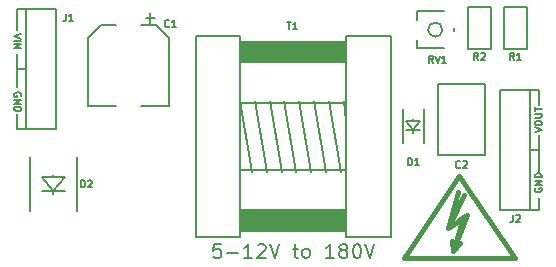
<source format=gto>
G04 #@! TF.GenerationSoftware,KiCad,Pcbnew,5.0.0-rc2-unknown-r13164-44c1f578*
G04 #@! TF.CreationDate,2018-07-03T21:21:12+03:00*
G04 #@! TF.ProjectId,nixie-ps,6E697869652D70732E6B696361645F70,rev?*
G04 #@! TF.SameCoordinates,Original*
G04 #@! TF.FileFunction,Legend,Top*
G04 #@! TF.FilePolarity,Positive*
%FSLAX46Y46*%
G04 Gerber Fmt 4.6, Leading zero omitted, Abs format (unit mm)*
G04 Created by KiCad (PCBNEW 5.0.0-rc2-unknown-r13164-44c1f578) date Tue Jul  3 21:21:12 2018*
%MOMM*%
%LPD*%
G01*
G04 APERTURE LIST*
%ADD10C,0.200000*%
%ADD11C,0.150000*%
%ADD12C,0.381000*%
G04 APERTURE END LIST*
D10*
X115251142Y-119738857D02*
X114679714Y-119738857D01*
X114622571Y-120310285D01*
X114679714Y-120253142D01*
X114794000Y-120196000D01*
X115079714Y-120196000D01*
X115194000Y-120253142D01*
X115251142Y-120310285D01*
X115308285Y-120424571D01*
X115308285Y-120710285D01*
X115251142Y-120824571D01*
X115194000Y-120881714D01*
X115079714Y-120938857D01*
X114794000Y-120938857D01*
X114679714Y-120881714D01*
X114622571Y-120824571D01*
X115822571Y-120481714D02*
X116736857Y-120481714D01*
X117936857Y-120938857D02*
X117251142Y-120938857D01*
X117594000Y-120938857D02*
X117594000Y-119738857D01*
X117479714Y-119910285D01*
X117365428Y-120024571D01*
X117251142Y-120081714D01*
X118394000Y-119853142D02*
X118451142Y-119796000D01*
X118565428Y-119738857D01*
X118851142Y-119738857D01*
X118965428Y-119796000D01*
X119022571Y-119853142D01*
X119079714Y-119967428D01*
X119079714Y-120081714D01*
X119022571Y-120253142D01*
X118336857Y-120938857D01*
X119079714Y-120938857D01*
X119422571Y-119738857D02*
X119822571Y-120938857D01*
X120222571Y-119738857D01*
X121365428Y-120138857D02*
X121822571Y-120138857D01*
X121536857Y-119738857D02*
X121536857Y-120767428D01*
X121594000Y-120881714D01*
X121708285Y-120938857D01*
X121822571Y-120938857D01*
X122394000Y-120938857D02*
X122279714Y-120881714D01*
X122222571Y-120824571D01*
X122165428Y-120710285D01*
X122165428Y-120367428D01*
X122222571Y-120253142D01*
X122279714Y-120196000D01*
X122394000Y-120138857D01*
X122565428Y-120138857D01*
X122679714Y-120196000D01*
X122736857Y-120253142D01*
X122794000Y-120367428D01*
X122794000Y-120710285D01*
X122736857Y-120824571D01*
X122679714Y-120881714D01*
X122565428Y-120938857D01*
X122394000Y-120938857D01*
X124851142Y-120938857D02*
X124165428Y-120938857D01*
X124508285Y-120938857D02*
X124508285Y-119738857D01*
X124394000Y-119910285D01*
X124279714Y-120024571D01*
X124165428Y-120081714D01*
X125536857Y-120253142D02*
X125422571Y-120196000D01*
X125365428Y-120138857D01*
X125308285Y-120024571D01*
X125308285Y-119967428D01*
X125365428Y-119853142D01*
X125422571Y-119796000D01*
X125536857Y-119738857D01*
X125765428Y-119738857D01*
X125879714Y-119796000D01*
X125936857Y-119853142D01*
X125994000Y-119967428D01*
X125994000Y-120024571D01*
X125936857Y-120138857D01*
X125879714Y-120196000D01*
X125765428Y-120253142D01*
X125536857Y-120253142D01*
X125422571Y-120310285D01*
X125365428Y-120367428D01*
X125308285Y-120481714D01*
X125308285Y-120710285D01*
X125365428Y-120824571D01*
X125422571Y-120881714D01*
X125536857Y-120938857D01*
X125765428Y-120938857D01*
X125879714Y-120881714D01*
X125936857Y-120824571D01*
X125994000Y-120710285D01*
X125994000Y-120481714D01*
X125936857Y-120367428D01*
X125879714Y-120310285D01*
X125765428Y-120253142D01*
X126736857Y-119738857D02*
X126851142Y-119738857D01*
X126965428Y-119796000D01*
X127022571Y-119853142D01*
X127079714Y-119967428D01*
X127136857Y-120196000D01*
X127136857Y-120481714D01*
X127079714Y-120710285D01*
X127022571Y-120824571D01*
X126965428Y-120881714D01*
X126851142Y-120938857D01*
X126736857Y-120938857D01*
X126622571Y-120881714D01*
X126565428Y-120824571D01*
X126508285Y-120710285D01*
X126451142Y-120481714D01*
X126451142Y-120196000D01*
X126508285Y-119967428D01*
X126565428Y-119853142D01*
X126622571Y-119796000D01*
X126736857Y-119738857D01*
X127479714Y-119738857D02*
X127879714Y-120938857D01*
X128279714Y-119738857D01*
D11*
X142176500Y-106680000D02*
X142176500Y-107950000D01*
X141414500Y-106680000D02*
X142176500Y-106680000D01*
X141478000Y-111760000D02*
X142176500Y-111760000D01*
X142176500Y-113538000D02*
X142176500Y-110490000D01*
X142176500Y-116840000D02*
X142176500Y-115824000D01*
X141414500Y-116840000D02*
X142176500Y-116840000D01*
X141847928Y-110277142D02*
X142447928Y-110077142D01*
X141847928Y-109877142D01*
X141847928Y-109562857D02*
X141847928Y-109448571D01*
X141876500Y-109391428D01*
X141933642Y-109334285D01*
X142047928Y-109305714D01*
X142247928Y-109305714D01*
X142362214Y-109334285D01*
X142419357Y-109391428D01*
X142447928Y-109448571D01*
X142447928Y-109562857D01*
X142419357Y-109620000D01*
X142362214Y-109677142D01*
X142247928Y-109705714D01*
X142047928Y-109705714D01*
X141933642Y-109677142D01*
X141876500Y-109620000D01*
X141847928Y-109562857D01*
X141847928Y-109048571D02*
X142333642Y-109048571D01*
X142390785Y-109020000D01*
X142419357Y-108991428D01*
X142447928Y-108934285D01*
X142447928Y-108820000D01*
X142419357Y-108762857D01*
X142390785Y-108734285D01*
X142333642Y-108705714D01*
X141847928Y-108705714D01*
X141847928Y-108505714D02*
X141847928Y-108162857D01*
X142447928Y-108334285D02*
X141847928Y-108334285D01*
X141876500Y-115011142D02*
X141847928Y-115068285D01*
X141847928Y-115154000D01*
X141876500Y-115239714D01*
X141933642Y-115296857D01*
X141990785Y-115325428D01*
X142105071Y-115354000D01*
X142190785Y-115354000D01*
X142305071Y-115325428D01*
X142362214Y-115296857D01*
X142419357Y-115239714D01*
X142447928Y-115154000D01*
X142447928Y-115096857D01*
X142419357Y-115011142D01*
X142390785Y-114982571D01*
X142190785Y-114982571D01*
X142190785Y-115096857D01*
X142447928Y-114725428D02*
X141847928Y-114725428D01*
X142447928Y-114382571D01*
X141847928Y-114382571D01*
X142447928Y-114096857D02*
X141847928Y-114096857D01*
X141847928Y-113954000D01*
X141876500Y-113868285D01*
X141933642Y-113811142D01*
X141990785Y-113782571D01*
X142105071Y-113754000D01*
X142190785Y-113754000D01*
X142305071Y-113782571D01*
X142362214Y-113811142D01*
X142419357Y-113868285D01*
X142447928Y-113954000D01*
X142447928Y-114096857D01*
X98044000Y-109982000D02*
X98806000Y-109982000D01*
X98044000Y-108712000D02*
X98044000Y-109982000D01*
X98044000Y-104902000D02*
X98044000Y-106426000D01*
X98044000Y-104902000D02*
X98806000Y-104902000D01*
X98044000Y-103632000D02*
X98044000Y-104902000D01*
X98044000Y-99822000D02*
X98806000Y-99822000D01*
X98044000Y-101600000D02*
X98044000Y-99822000D01*
X98344000Y-107238857D02*
X98372571Y-107181714D01*
X98372571Y-107096000D01*
X98344000Y-107010285D01*
X98286857Y-106953142D01*
X98229714Y-106924571D01*
X98115428Y-106896000D01*
X98029714Y-106896000D01*
X97915428Y-106924571D01*
X97858285Y-106953142D01*
X97801142Y-107010285D01*
X97772571Y-107096000D01*
X97772571Y-107153142D01*
X97801142Y-107238857D01*
X97829714Y-107267428D01*
X98029714Y-107267428D01*
X98029714Y-107153142D01*
X97772571Y-107524571D02*
X98372571Y-107524571D01*
X97772571Y-107867428D01*
X98372571Y-107867428D01*
X97772571Y-108153142D02*
X98372571Y-108153142D01*
X98372571Y-108296000D01*
X98344000Y-108381714D01*
X98286857Y-108438857D01*
X98229714Y-108467428D01*
X98115428Y-108496000D01*
X98029714Y-108496000D01*
X97915428Y-108467428D01*
X97858285Y-108438857D01*
X97801142Y-108381714D01*
X97772571Y-108296000D01*
X97772571Y-108153142D01*
X98372571Y-101958857D02*
X97772571Y-102158857D01*
X98372571Y-102358857D01*
X97772571Y-102558857D02*
X98372571Y-102558857D01*
X97772571Y-102844571D02*
X98372571Y-102844571D01*
X97772571Y-103187428D01*
X98372571Y-103187428D01*
G04 #@! TO.C,C1*
X104032000Y-108058000D02*
X106382000Y-108058000D01*
X110852000Y-108058000D02*
X108502000Y-108058000D01*
X110852000Y-102302437D02*
X110852000Y-108058000D01*
X104032000Y-102302437D02*
X104032000Y-108058000D01*
X105096437Y-101238000D02*
X106382000Y-101238000D01*
X109787563Y-101238000D02*
X108502000Y-101238000D01*
X109787563Y-101238000D02*
X110852000Y-102302437D01*
X105096437Y-101238000D02*
X104032000Y-102302437D01*
X109289500Y-100210500D02*
X109289500Y-100998000D01*
X109683250Y-100604250D02*
X108895750Y-100604250D01*
G04 #@! TO.C,T1*
X125662000Y-107625000D02*
X125912000Y-109375000D01*
X117912000Y-113625000D02*
X116912000Y-107625000D01*
X119162000Y-113625000D02*
X118162000Y-107625000D01*
X120412000Y-113625000D02*
X119412000Y-107625000D01*
X121662000Y-113625000D02*
X120662000Y-107625000D01*
X122912000Y-113625000D02*
X121912000Y-107625000D01*
X124162000Y-113625000D02*
X123162000Y-107625000D01*
X125412000Y-113625000D02*
X124412000Y-107625000D01*
X116987000Y-113475000D02*
X125837000Y-113475000D01*
X116987000Y-107775000D02*
X125837000Y-107775000D01*
G36*
X116912000Y-118625000D02*
X125912000Y-118625000D01*
X125912000Y-116875000D01*
X116912000Y-116875000D01*
X116912000Y-118625000D01*
G37*
X116912000Y-118625000D02*
X125912000Y-118625000D01*
X125912000Y-116875000D01*
X116912000Y-116875000D01*
X116912000Y-118625000D01*
G36*
X125912000Y-102625000D02*
X116912000Y-102625000D01*
X116912000Y-104375000D01*
X125912000Y-104375000D01*
X125912000Y-102625000D01*
G37*
X125912000Y-102625000D02*
X116912000Y-102625000D01*
X116912000Y-104375000D01*
X125912000Y-104375000D01*
X125912000Y-102625000D01*
X116912000Y-119125000D02*
X113162000Y-119125000D01*
X116912000Y-102125000D02*
X116912000Y-119125000D01*
X125912000Y-119125000D02*
X129662000Y-119125000D01*
X125912000Y-102125000D02*
X125912000Y-119125000D01*
X129662000Y-102125000D02*
X125912000Y-102125000D01*
X113162000Y-102125000D02*
X116912000Y-102125000D01*
X129662000Y-102125000D02*
X129662000Y-119125000D01*
X113162000Y-102125000D02*
X113162000Y-119125000D01*
G04 #@! TO.C,C2*
X133636000Y-112238000D02*
X133636000Y-106238000D01*
X133636000Y-106238000D02*
X137636000Y-106238000D01*
X137636000Y-106238000D02*
X137636000Y-112238000D01*
X137636000Y-112238000D02*
X133636000Y-112238000D01*
G04 #@! TO.C,D1*
X132472000Y-111178000D02*
X132472000Y-108278000D01*
X130672000Y-108278000D02*
X130672000Y-111178000D01*
X131572000Y-110328000D02*
X131572000Y-110128000D01*
X130972000Y-109328000D02*
X132172000Y-109328000D01*
X131572000Y-109128000D02*
X131572000Y-109328000D01*
X131572000Y-110128000D02*
X132172000Y-109328000D01*
X130972000Y-109328000D02*
X131572000Y-110128000D01*
X130972000Y-110128000D02*
X132172000Y-110128000D01*
G04 #@! TO.C,D2*
X103067000Y-116994000D02*
X103067000Y-112394000D01*
X99117000Y-116994000D02*
X99117000Y-112394000D01*
X101092000Y-115494000D02*
X101092000Y-115294000D01*
X101092000Y-113894000D02*
X101092000Y-114094000D01*
X100092000Y-114094000D02*
X102092000Y-114094000D01*
X102092000Y-114094000D02*
X101092000Y-115294000D01*
X101092000Y-115294000D02*
X100092000Y-114094000D01*
X100092000Y-115294000D02*
X102092000Y-115294000D01*
G04 #@! TO.C,R1*
X141208000Y-103212000D02*
X139208000Y-103212000D01*
X141208000Y-99712000D02*
X141208000Y-103212000D01*
X139208000Y-99712000D02*
X141208000Y-99712000D01*
X139208000Y-103212000D02*
X139208000Y-99712000D01*
G04 #@! TO.C,R2*
X138160000Y-99712000D02*
X138160000Y-103212000D01*
X138160000Y-103212000D02*
X136160000Y-103212000D01*
X136160000Y-103212000D02*
X136160000Y-99712000D01*
X136160000Y-99712000D02*
X138160000Y-99712000D01*
G04 #@! TO.C,RV1*
X131874000Y-103150000D02*
X131874000Y-102450000D01*
X134174000Y-103150000D02*
X131874000Y-103150000D01*
X131874000Y-100050000D02*
X131874000Y-100750000D01*
X134974000Y-101500000D02*
X134974000Y-101700000D01*
X134174000Y-100050000D02*
X131874000Y-100050000D01*
X134024000Y-101600000D02*
G75*
G03X134024000Y-101600000I-600000J0D01*
G01*
G04 #@! TO.C,J1*
X98806000Y-109982000D02*
X101346000Y-109982000D01*
X98806000Y-99822000D02*
X98806000Y-109982000D01*
X101346000Y-99822000D02*
X101346000Y-109982000D01*
X101346000Y-99822000D02*
X98806000Y-99822000D01*
G04 #@! TO.C,J2*
X141478000Y-106680000D02*
X138938000Y-106680000D01*
X141478000Y-106680000D02*
X141478000Y-116840000D01*
X138938000Y-106680000D02*
X138938000Y-116840000D01*
X138938000Y-116840000D02*
X141478000Y-116840000D01*
D12*
G04 #@! TO.C,REF\002A\002A*
X130746500Y-120967500D02*
X135445500Y-113982500D01*
X140144500Y-120967500D02*
X130746500Y-120967500D01*
X135445500Y-113982500D02*
X140144500Y-120967500D01*
X134947660Y-120373140D02*
X134846060Y-119473980D01*
X135745220Y-117574060D02*
X134947660Y-120373140D01*
X134546340Y-118374160D02*
X135745220Y-117574060D01*
X135346440Y-115374420D02*
X134546340Y-118374160D01*
X134947660Y-120373140D02*
X135547100Y-119674640D01*
X134546340Y-118374160D02*
X135846820Y-115572540D01*
X136146540Y-117274340D02*
X135547100Y-117673120D01*
X134947660Y-120373140D02*
X136146540Y-117274340D01*
G04 #@! TO.C,C1*
D11*
X110898000Y-101306285D02*
X110869428Y-101334857D01*
X110783714Y-101363428D01*
X110726571Y-101363428D01*
X110640857Y-101334857D01*
X110583714Y-101277714D01*
X110555142Y-101220571D01*
X110526571Y-101106285D01*
X110526571Y-101020571D01*
X110555142Y-100906285D01*
X110583714Y-100849142D01*
X110640857Y-100792000D01*
X110726571Y-100763428D01*
X110783714Y-100763428D01*
X110869428Y-100792000D01*
X110898000Y-100820571D01*
X111469428Y-101363428D02*
X111126571Y-101363428D01*
X111298000Y-101363428D02*
X111298000Y-100763428D01*
X111240857Y-100849142D01*
X111183714Y-100906285D01*
X111126571Y-100934857D01*
G04 #@! TO.C,T1*
X120904057Y-100966628D02*
X121246914Y-100966628D01*
X121075485Y-101566628D02*
X121075485Y-100966628D01*
X121761200Y-101566628D02*
X121418342Y-101566628D01*
X121589771Y-101566628D02*
X121589771Y-100966628D01*
X121532628Y-101052342D01*
X121475485Y-101109485D01*
X121418342Y-101138057D01*
G04 #@! TO.C,C2*
X135536000Y-113244285D02*
X135507428Y-113272857D01*
X135421714Y-113301428D01*
X135364571Y-113301428D01*
X135278857Y-113272857D01*
X135221714Y-113215714D01*
X135193142Y-113158571D01*
X135164571Y-113044285D01*
X135164571Y-112958571D01*
X135193142Y-112844285D01*
X135221714Y-112787142D01*
X135278857Y-112730000D01*
X135364571Y-112701428D01*
X135421714Y-112701428D01*
X135507428Y-112730000D01*
X135536000Y-112758571D01*
X135764571Y-112758571D02*
X135793142Y-112730000D01*
X135850285Y-112701428D01*
X135993142Y-112701428D01*
X136050285Y-112730000D01*
X136078857Y-112758571D01*
X136107428Y-112815714D01*
X136107428Y-112872857D01*
X136078857Y-112958571D01*
X135736000Y-113301428D01*
X136107428Y-113301428D01*
G04 #@! TO.C,D1*
X131129142Y-113096428D02*
X131129142Y-112496428D01*
X131272000Y-112496428D01*
X131357714Y-112525000D01*
X131414857Y-112582142D01*
X131443428Y-112639285D01*
X131472000Y-112753571D01*
X131472000Y-112839285D01*
X131443428Y-112953571D01*
X131414857Y-113010714D01*
X131357714Y-113067857D01*
X131272000Y-113096428D01*
X131129142Y-113096428D01*
X132043428Y-113096428D02*
X131700571Y-113096428D01*
X131872000Y-113096428D02*
X131872000Y-112496428D01*
X131814857Y-112582142D01*
X131757714Y-112639285D01*
X131700571Y-112667857D01*
G04 #@! TO.C,D2*
X103443142Y-114965428D02*
X103443142Y-114365428D01*
X103586000Y-114365428D01*
X103671714Y-114394000D01*
X103728857Y-114451142D01*
X103757428Y-114508285D01*
X103786000Y-114622571D01*
X103786000Y-114708285D01*
X103757428Y-114822571D01*
X103728857Y-114879714D01*
X103671714Y-114936857D01*
X103586000Y-114965428D01*
X103443142Y-114965428D01*
X104014571Y-114422571D02*
X104043142Y-114394000D01*
X104100285Y-114365428D01*
X104243142Y-114365428D01*
X104300285Y-114394000D01*
X104328857Y-114422571D01*
X104357428Y-114479714D01*
X104357428Y-114536857D01*
X104328857Y-114622571D01*
X103986000Y-114965428D01*
X104357428Y-114965428D01*
G04 #@! TO.C,R1*
X140108000Y-104157428D02*
X139908000Y-103871714D01*
X139765142Y-104157428D02*
X139765142Y-103557428D01*
X139993714Y-103557428D01*
X140050857Y-103586000D01*
X140079428Y-103614571D01*
X140108000Y-103671714D01*
X140108000Y-103757428D01*
X140079428Y-103814571D01*
X140050857Y-103843142D01*
X139993714Y-103871714D01*
X139765142Y-103871714D01*
X140679428Y-104157428D02*
X140336571Y-104157428D01*
X140508000Y-104157428D02*
X140508000Y-103557428D01*
X140450857Y-103643142D01*
X140393714Y-103700285D01*
X140336571Y-103728857D01*
G04 #@! TO.C,R2*
X137060000Y-104157428D02*
X136860000Y-103871714D01*
X136717142Y-104157428D02*
X136717142Y-103557428D01*
X136945714Y-103557428D01*
X137002857Y-103586000D01*
X137031428Y-103614571D01*
X137060000Y-103671714D01*
X137060000Y-103757428D01*
X137031428Y-103814571D01*
X137002857Y-103843142D01*
X136945714Y-103871714D01*
X136717142Y-103871714D01*
X137288571Y-103614571D02*
X137317142Y-103586000D01*
X137374285Y-103557428D01*
X137517142Y-103557428D01*
X137574285Y-103586000D01*
X137602857Y-103614571D01*
X137631428Y-103671714D01*
X137631428Y-103728857D01*
X137602857Y-103814571D01*
X137260000Y-104157428D01*
X137631428Y-104157428D01*
G04 #@! TO.C,RV1*
X133246857Y-104411428D02*
X133046857Y-104125714D01*
X132904000Y-104411428D02*
X132904000Y-103811428D01*
X133132571Y-103811428D01*
X133189714Y-103840000D01*
X133218285Y-103868571D01*
X133246857Y-103925714D01*
X133246857Y-104011428D01*
X133218285Y-104068571D01*
X133189714Y-104097142D01*
X133132571Y-104125714D01*
X132904000Y-104125714D01*
X133418285Y-103811428D02*
X133618285Y-104411428D01*
X133818285Y-103811428D01*
X134332571Y-104411428D02*
X133989714Y-104411428D01*
X134161142Y-104411428D02*
X134161142Y-103811428D01*
X134104000Y-103897142D01*
X134046857Y-103954285D01*
X133989714Y-103982857D01*
G04 #@! TO.C,J1*
X102162000Y-100255428D02*
X102162000Y-100684000D01*
X102133428Y-100769714D01*
X102076285Y-100826857D01*
X101990571Y-100855428D01*
X101933428Y-100855428D01*
X102762000Y-100855428D02*
X102419142Y-100855428D01*
X102590571Y-100855428D02*
X102590571Y-100255428D01*
X102533428Y-100341142D01*
X102476285Y-100398285D01*
X102419142Y-100426857D01*
G04 #@! TO.C,J2*
X140008000Y-117273428D02*
X140008000Y-117702000D01*
X139979428Y-117787714D01*
X139922285Y-117844857D01*
X139836571Y-117873428D01*
X139779428Y-117873428D01*
X140265142Y-117330571D02*
X140293714Y-117302000D01*
X140350857Y-117273428D01*
X140493714Y-117273428D01*
X140550857Y-117302000D01*
X140579428Y-117330571D01*
X140608000Y-117387714D01*
X140608000Y-117444857D01*
X140579428Y-117530571D01*
X140236571Y-117873428D01*
X140608000Y-117873428D01*
G04 #@! TD*
M02*

</source>
